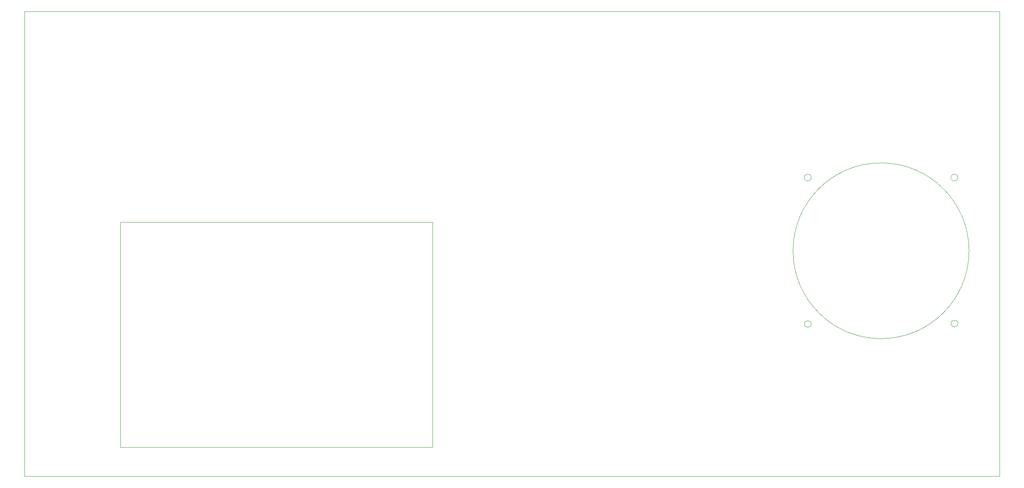
<source format=gbr>
%TF.GenerationSoftware,KiCad,Pcbnew,8.0.8*%
%TF.CreationDate,2025-03-17T17:16:47+00:00*%
%TF.ProjectId,memlnaut_0_1_joystick,6d656d6c-6e61-4757-945f-305f315f6a6f,rev?*%
%TF.SameCoordinates,Original*%
%TF.FileFunction,Profile,NP*%
%FSLAX46Y46*%
G04 Gerber Fmt 4.6, Leading zero omitted, Abs format (unit mm)*
G04 Created by KiCad (PCBNEW 8.0.8) date 2025-03-17 17:16:47*
%MOMM*%
%LPD*%
G01*
G04 APERTURE LIST*
%TA.AperFunction,Profile*%
%ADD10C,0.050000*%
%TD*%
G04 APERTURE END LIST*
D10*
X56000000Y-41400000D02*
X272030000Y-41400000D01*
X272030000Y-144510000D01*
X56000000Y-144510000D01*
X56000000Y-41400000D01*
%TO.C,REF\u002A\u002A*%
X230312168Y-78220000D02*
G75*
G02*
X228787832Y-78220000I-762168J0D01*
G01*
X228787832Y-78220000D02*
G75*
G02*
X230312168Y-78220000I762168J0D01*
G01*
X230312168Y-110720000D02*
G75*
G02*
X228787832Y-110720000I-762168J0D01*
G01*
X228787832Y-110720000D02*
G75*
G02*
X230312168Y-110720000I762168J0D01*
G01*
X265300000Y-94470000D02*
G75*
G02*
X226300000Y-94470000I-19500000J0D01*
G01*
X226300000Y-94470000D02*
G75*
G02*
X265300000Y-94470000I19500000J0D01*
G01*
X262812168Y-78220000D02*
G75*
G02*
X261287832Y-78220000I-762168J0D01*
G01*
X261287832Y-78220000D02*
G75*
G02*
X262812168Y-78220000I762168J0D01*
G01*
X262852168Y-110617832D02*
G75*
G02*
X261327832Y-110617832I-762168J0D01*
G01*
X261327832Y-110617832D02*
G75*
G02*
X262852168Y-110617832I762168J0D01*
G01*
X77205000Y-88060000D02*
X146405000Y-88060000D01*
X146405000Y-138060000D01*
X77205000Y-138060000D01*
X77205000Y-88060000D01*
%TD*%
M02*

</source>
